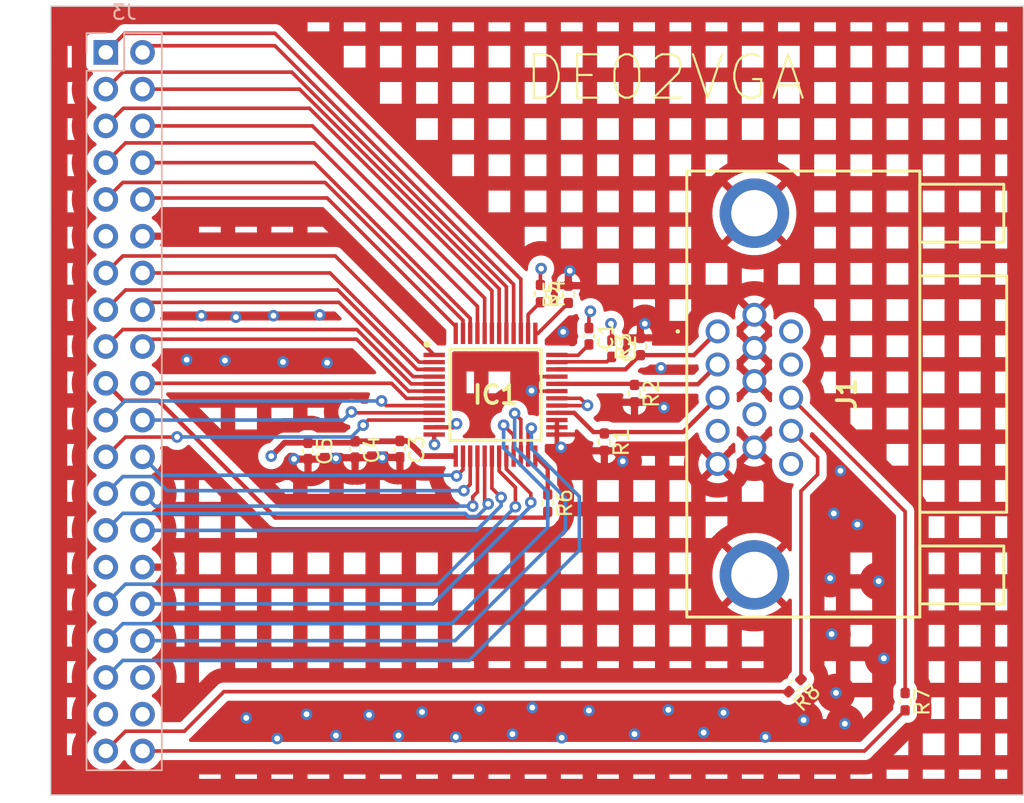
<source format=kicad_pcb>
(kicad_pcb (version 20221018) (generator pcbnew)
  (layers (0 "F.Cu" signal) (1 "In1.Cu" signal) (2 "In2.Cu" signal) (31 "B.Cu" signal) (34 "B.Paste" user) (35 "F.Paste" user) (36 "B.SilkS" user "B.Silkscreen") (37 "F.SilkS" user "F.Silkscreen") (38 "B.Mask" user) (39 "F.Mask" user) (44 "Edge.Cuts" user))
  (net 0 "")
  (net 1 "+3.3V")
  (net 2 "Net-(IC1-VREF)")
  (net 3 "Net-(IC1-COMP)")
  (net 4 "GND")
  (net 5 "/G0")
  (net 6 "/G1")
  (net 7 "/G2")
  (net 8 "/G3")
  (net 9 "/G4")
  (net 10 "/B0")
  (net 11 "/B1")
  (net 12 "/B2")
  (net 13 "/B3")
  (net 14 "/B4")
  (net 15 "Net-(IC1-CLOCK)")
  (net 16 "/BLUE")
  (net 17 "/GREEN")
  (net 18 "/RED")
  (net 19 "Net-(IC1-RSET)")
  (net 20 "Net-(IC1-~{PSAVE})")
  (net 21 "/R0")
  (net 22 "/R1")
  (net 23 "/R2")
  (net 24 "/R3")
  (net 25 "/R4")
  (net 30 "Net-(J1-Pad13)")
  (net 31 "Net-(J1-Pad14)")
  (net 33 "/R9")
  (net 34 "/R8")
  (net 35 "/R7")
  (net 36 "/R6")
  (net 37 "/R5")
  (net 38 "/B9")
  (net 39 "/B8")
  (net 40 "/B7")
  (net 41 "/B6")
  (net 42 "/B5")
  (net 43 "/G9")
  (net 44 "/G8")
  (net 45 "/G7")
  (net 46 "/G6")
  (net 47 "/G5")
  (net 49 "/PCLK")
  (net 52 "/VSYNC")
  (net 53 "/HSYNC")
  (net 54 "/BLK")
  (footprint "Resistor_SMD:R_0402_1005Metric_Pad0.72x0.64mm_HandSolder" (layer "F.Cu") (at 199.9996 97.6884 -90)
    (fp_text reference "R2" (at 0 -1.17 -90) (layer "F.SilkS"))
    (fp_text value "75")
    (pad "1" smd roundrect (at -0.5975 0 270) (size 0.715 0.64) (layers "F.Cu" "F.Paste" "F.Mask") (net 17 "/GREEN"))
    (pad "2" smd roundrect (at 0.5975 0 270) (size 0.715 0.64) (layers "F.Cu" "F.Paste" "F.Mask") (net 4 "GND"))
  )
  (footprint "Resistor_SMD:R_0402_1005Metric_Pad0.72x0.64mm_HandSolder" (layer "F.Cu") (at 200.406 94.4372 90)
    (fp_text reference "R3" (at 0 -1.17 90) (layer "F.SilkS"))
    (fp_text value "75")
    (pad "1" smd roundrect (at -0.5975 0 90) (size 0.715 0.64) (layers "F.Cu" "F.Paste" "F.Mask") (net 18 "/RED"))
    (pad "2" smd roundrect (at 0.5975 0 90) (size 0.715 0.64) (layers "F.Cu" "F.Paste" "F.Mask") (net 4 "GND"))
  )
  (footprint "Capacitor_SMD:C_0402_1005Metric_Pad0.74x0.62mm_HandSolder" (layer "F.Cu") (at 183.7944 101.5277 -90)
    (fp_text reference "C3" (at 0 -1.16 -90) (layer "F.SilkS"))
    (fp_text value "0.1UF")
    (pad "1" smd roundrect (at -0.5675 0 270) (size 0.735 0.62) (layers "F.Cu" "F.Paste" "F.Mask") (net 1 "+3.3V"))
    (pad "2" smd roundrect (at 0.5675 0 270) (size 0.735 0.62) (layers "F.Cu" "F.Paste" "F.Mask") (net 4 "GND"))
  )
  (footprint "Resistor_SMD:R_0402_1005Metric_Pad0.72x0.64mm_HandSolder" (layer "F.Cu") (at 211.074 117.856 -135)
    (fp_text reference "R8" (at 0 -1.17 -135) (layer "F.SilkS"))
    (fp_text value "75")
    (pad "1" smd roundrect (at -0.5975 0 225) (size 0.715 0.64) (layers "F.Cu" "F.Paste" "F.Mask") (net 31 "Net-(J1-Pad14)"))
    (pad "2" smd roundrect (at 0.5975 0 225) (size 0.715 0.64) (layers "F.Cu" "F.Paste" "F.Mask") (net 52 "/VSYNC"))
  )
  (footprint "Capacitor_SMD:C_0402_1005Metric_Pad0.74x0.62mm_HandSolder" (layer "F.Cu") (at 196.85 93.726 -90)
    (fp_text reference "C1" (at 0 -1.16 -90) (layer "F.SilkS"))
    (fp_text value "0.1UF")
    (pad "1" smd roundrect (at -0.5675 0 270) (size 0.735 0.62) (layers "F.Cu" "F.Paste" "F.Mask") (net 1 "+3.3V"))
    (pad "2" smd roundrect (at 0.5675 0 270) (size 0.735 0.62) (layers "F.Cu" "F.Paste" "F.Mask") (net 2 "Net-(IC1-VREF)"))
  )
  (footprint "Resistor_SMD:R_0402_1005Metric_Pad0.72x0.64mm_HandSolder" (layer "F.Cu") (at 194.0052 105.2576 -90)
    (fp_text reference "R6" (at 0 -1.17 -90) (layer "F.SilkS"))
    (fp_text value "33")
    (pad "1" smd roundrect (at -0.5975 0 270) (size 0.715 0.64) (layers "F.Cu" "F.Paste" "F.Mask") (net 15 "Net-(IC1-CLOCK)"))
    (pad "2" smd roundrect (at 0.5975 0 270) (size 0.715 0.64) (layers "F.Cu" "F.Paste" "F.Mask") (net 49 "/PCLK"))
  )
  (footprint "Capacitor_SMD:C_0402_1005Metric_Pad0.74x0.62mm_HandSolder" (layer "F.Cu") (at 177.4444 101.6508 -90)
    (fp_text reference "C5" (at 0 -1.16 -90) (layer "F.SilkS"))
    (fp_text value "10UF")
    (pad "1" smd roundrect (at -0.5675 0 270) (size 0.735 0.62) (layers "F.Cu" "F.Paste" "F.Mask") (net 1 "+3.3V"))
    (pad "2" smd roundrect (at 0.5675 0 270) (size 0.735 0.62) (layers "F.Cu" "F.Paste" "F.Mask") (net 4 "GND"))
  )
  (footprint "Capacitor_SMD:C_0402_1005Metric_Pad0.74x0.62mm_HandSolder" (layer "F.Cu") (at 180.6956 101.5492 -90)
    (fp_text reference "C4" (at 0 -1.16 -90) (layer "F.SilkS"))
    (fp_text value "0.1UF")
    (pad "1" smd roundrect (at -0.5675 0 270) (size 0.735 0.62) (layers "F.Cu" "F.Paste" "F.Mask") (net 1 "+3.3V"))
    (pad "2" smd roundrect (at 0.5675 0 270) (size 0.735 0.62) (layers "F.Cu" "F.Paste" "F.Mask") (net 4 "GND"))
  )
  (footprint "Resistor_SMD:R_0402_1005Metric_Pad0.72x0.64mm_HandSolder" (layer "F.Cu") (at 197.9168 101.0412 -90)
    (fp_text reference "R1" (at 0 -1.17 -90) (layer "F.SilkS"))
    (fp_text value "75")
    (pad "1" smd roundrect (at -0.5975 0 270) (size 0.715 0.64) (layers "F.Cu" "F.Paste" "F.Mask") (net 16 "/BLUE"))
    (pad "2" smd roundrect (at 0.5975 0 270) (size 0.715 0.64) (layers "F.Cu" "F.Paste" "F.Mask") (net 4 "GND"))
  )
  (footprint "Capacitor_SMD:C_0402_1005Metric_Pad0.74x0.62mm_HandSolder" (layer "F.Cu") (at 198.4248 94.5896 -90)
    (fp_text reference "C2" (at 0 -1.16 -90) (layer "F.SilkS"))
    (fp_text value "0.1UF")
    (pad "1" smd roundrect (at -0.5675 0 270) (size 0.735 0.62) (layers "F.Cu" "F.Paste" "F.Mask") (net 1 "+3.3V"))
    (pad "2" smd roundrect (at 0.5675 0 270) (size 0.735 0.62) (layers "F.Cu" "F.Paste" "F.Mask") (net 3 "Net-(IC1-COMP)"))
  )
  (footprint "Resistor_SMD:R_0402_1005Metric_Pad0.72x0.64mm_HandSolder" (layer "F.Cu") (at 218.694 118.9736 -90)
    (fp_text reference "R7" (at 0 -1.17 -90) (layer "F.SilkS"))
    (fp_text value "75")
    (pad "1" smd roundrect (at -0.5975 0 270) (size 0.715 0.64) (layers "F.Cu" "F.Paste" "F.Mask") (net 30 "Net-(J1-Pad13)"))
    (pad "2" smd roundrect (at 0.5975 0 270) (size 0.715 0.64) (layers "F.Cu" "F.Paste" "F.Mask") (net 53 "/HSYNC"))
  )
  (footprint "Resistor_SMD:R_0402_1005Metric_Pad0.72x0.64mm_HandSolder" (layer "F.Cu") (at 195.4276 90.8304 90)
    (fp_text reference "R5" (at 0 -1.17 90) (layer "F.SilkS"))
    (fp_text value "510")
    (pad "1" smd roundrect (at -0.5975 0 90) (size 0.715 0.64) (layers "F.Cu" "F.Paste" "F.Mask") (net 19 "Net-(IC1-RSET)"))
    (pad "2" smd roundrect (at 0.5975 0 90) (size 0.715 0.64) (layers "F.Cu" "F.Paste" "F.Mask") (net 4 "GND"))
  )
  (footprint "gba_vga parts:QFP50P900X900X160-48N" (layer "F.Cu") (at 190.3984 97.7666)
    (fp_text reference "IC1" (at 0 0) (layer "F.SilkS") (effects (font (size 1.27 1.27) (thickness 0.254))))
    (fp_text value "ADV7123KSTZ140" hide)
    (pad "1" smd rect (at -4.238 -2.75 90) (size 0.3 1.475) (layers "F.Cu" "F.Paste" "F.Mask") (net 5 "/G0"))
    (pad "2" smd rect (at -4.238 -2.25 90) (size 0.3 1.475) (layers "F.Cu" "F.Paste" "F.Mask") (net 6 "/G1"))
    (pad "3" smd rect (at -4.238 -1.75 90) (size 0.3 1.475) (layers "F.Cu" "F.Paste" "F.Mask") (net 7 "/G2"))
    (pad "4" smd rect (at -4.238 -1.25 90) (size 0.3 1.475) (layers "F.Cu" "F.Paste" "F.Mask") (net 8 "/G3"))
    (pad "5" smd rect (at -4.238 -0.75 90) (size 0.3 1.475) (layers "F.Cu" "F.Paste" "F.Mask") (net 9 "/G4"))
    (pad "6" smd rect (at -4.238 -0.25 90) (size 0.3 1.475) (layers "F.Cu" "F.Paste" "F.Mask") (net 47 "/G5"))
    (pad "7" smd rect (at -4.238 0.25 90) (size 0.3 1.475) (layers "F.Cu" "F.Paste" "F.Mask") (net 46 "/G6"))
    (pad "8" smd rect (at -4.238 0.75 90) (size 0.3 1.475) (layers "F.Cu" "F.Paste" "F.Mask") (net 45 "/G7"))
    (pad "9" smd rect (at -4.238 1.25 90) (size 0.3 1.475) (layers "F.Cu" "F.Paste" "F.Mask") (net 44 "/G8"))
    (pad "10" smd rect (at -4.238 1.75 90) (size 0.3 1.475) (layers "F.Cu" "F.Paste" "F.Mask") (net 43 "/G9"))
    (pad "11" smd rect (at -4.238 2.25 90) (size 0.3 1.475) (layers "F.Cu" "F.Paste" "F.Mask") (net 54 "/BLK"))
    (pad "12" smd rect (at -4.238 2.75 90) (size 0.3 1.475) (layers "F.Cu" "F.Paste" "F.Mask") (net 4 "GND"))
    (pad "13" smd rect (at -2.75 4.238) (size 0.3 1.475) (layers "F.Cu" "F.Paste" "F.Mask") (net 1 "+3.3V"))
    (pad "14" smd rect (at -2.25 4.238) (size 0.3 1.475) (layers "F.Cu" "F.Paste" "F.Mask") (net 10 "/B0"))
    (pad "15" smd rect (at -1.75 4.238) (size 0.3 1.475) (layers "F.Cu" "F.Paste" "F.Mask") (net 11 "/B1"))
    (pad "16" smd rect (at -1.25 4.238) (size 0.3 1.475) (layers "F.Cu" "F.Paste" "F.Mask") (net 12 "/B2"))
    (pad "17" smd rect (at -0.75 4.238) (size 0.3 1.475) (layers "F.Cu" "F.Paste" "F.Mask") (net 13 "/B3"))
    (pad "18" smd rect (at -0.25 4.238) (size 0.3 1.475) (layers "F.Cu" "F.Paste" "F.Mask") (net 14 "/B4"))
    (pad "19" smd rect (at 0.25 4.238) (size 0.3 1.475) (layers "F.Cu" "F.Paste" "F.Mask") (net 42 "/B5"))
    (pad "20" smd rect (at 0.75 4.238) (size 0.3 1.475) (layers "F.Cu" "F.Paste" "F.Mask") (net 41 "/B6"))
    (pad "21" smd rect (at 1.25 4.238) (size 0.3 1.475) (layers "F.Cu" "F.Paste" "F.Mask") (net 40 "/B7"))
    (pad "22" smd rect (at 1.75 4.238) (size 0.3 1.475) (layers "F.Cu" "F.Paste" "F.Mask") (net 39 "/B8"))
    (pad "23" smd rect (at 2.25 4.238) (size 0.3 1.475) (layers "F.Cu" "F.Paste" "F.Mask") (net 38 "/B9"))
    (pad "24" smd rect (at 2.75 4.238) (size 0.3 1.475) (layers "F.Cu" "F.Paste" "F.Mask") (net 15 "Net-(IC1-CLOCK)"))
    (pad "25" smd rect (at 4.238 2.75 90) (size 0.3 1.475) (layers "F.Cu" "F.Paste" "F.Mask") (net 4 "GND"))
    (pad "26" smd rect (at 4.238 2.25 90) (size 0.3 1.475) (layers "F.Cu" "F.Paste" "F.Mask") (net 4 "GND"))
    (pad "27" smd rect (at 4.238 1.75 90) (size 0.3 1.475) (layers "F.Cu" "F.Paste" "F.Mask") (net 4 "GND"))
    (pad "28" smd rect (at 4.238 1.25 90) (size 0.3 1.475) (layers "F.Cu" "F.Paste" "F.Mask") (net 16 "/BLUE"))
    (pad "29" smd rect (at 4.238 0.75 90) (size 0.3 1.475) (layers "F.Cu" "F.Paste" "F.Mask") (net 1 "+3.3V"))
    (pad "30" smd rect (at 4.238 0.25 90) (size 0.3 1.475) (layers "F.Cu" "F.Paste" "F.Mask") (net 1 "+3.3V"))
    (pad "31" smd rect (at 4.238 -0.25 90) (size 0.3 1.475) (layers "F.Cu" "F.Paste" "F.Mask") (net 4 "GND"))
    (pad "32" smd rect (at 4.238 -0.75 90) (size 0.3 1.475) (layers "F.Cu" "F.Paste" "F.Mask") (net 17 "/GREEN"))
    (pad "33" smd rect (at 4.238 -1.25 90) (size 0.3 1.475) (layers "F.Cu" "F.Paste" "F.Mask") (net 4 "GND"))
    (pad "34" smd rect (at 4.238 -1.75 90) (size 0.3 1.475) (layers "F.Cu" "F.Paste" "F.Mask") (net 18 "/RED"))
    (pad "35" smd rect (at 4.238 -2.25 90) (size 0.3 1.475) (layers "F.Cu" "F.Paste" "F.Mask") (net 3 "Net-(IC1-COMP)"))
    (pad "36" smd rect (at 4.238 -2.75 90) (size 0.3 1.475) (layers "F.Cu" "F.Paste" "F.Mask") (net 2 "Net-(IC1-VREF)"))
    (pad "37" smd rect (at 2.75 -4.238) (size 0.3 1.475) (layers "F.Cu" "F.Paste" "F.Mask") (net 19 "Net-(IC1-RSET)"))
    (pad "38" smd rect (at 2.25 -4.238) (size 0.3 1.475) (layers "F.Cu" "F.Paste" "F.Mask") (net 20 "Net-(IC1-~{PSAVE})"))
    (pad "39" smd rect (at 1.75 -4.238) (size 0.3 1.475) (layers "F.Cu" "F.Paste" "F.Mask") (net 21 "/R0"))
    (pad "40" smd rect (at 1.25 -4.238) (size 0.3 1.475) (layers "F.Cu" "F.Paste" "F.Mask") (net 22 "/R1"))
    (pad "41" smd rect (at 0.75 -4.238) (size 0.3 1.475) (layers "F.Cu" "F.Paste" "F.Mask") (net 23 "/R2"))
    (pad "42" smd rect (at 0.25 -4.238) (size 0.3 1.475) (layers "F.Cu" "F.Paste" "F.Mask") (net 24 "/R3"))
    (pad "43" smd rect (at -0.25 -4.238) (size 0.3 1.475) (layers "F.Cu" "F.Paste" "F.Mask") (net 25 "/R4"))
    (pad "44" smd rect (at -0.75 -4.238) (size 0.3 1.475) (layers "F.Cu" "F.Paste" "F.Mask") (net 37 "/R5"))
    (pad "45" smd rect (at -1.25 -4.238) (size 0.3 1.475) (layers "F.Cu" "F.Paste" "F.Mask") (net 36 "/R6"))
    (pad "46" smd rect (at -1.75 -4.238) (size 0.3 1.475) (layers "F.Cu" "F.Paste" "F.Mask") (net 35 "/R7"))
    (pad "47" smd rect (at -2.25 -4.238) (size 0.3 1.475) (layers "F.Cu" "F.Paste" "F.Mask") (net 34 "/R8"))
    (pad "48" smd rect (at -2.75 -4.238) (size 0.3 1.475) (layers "F.Cu" "F.Paste" "F.Mask") (net 33 "/R9"))
  )
  (footprint "Resistor_SMD:R_0402_1005Metric_Pad0.72x0.64mm_HandSolder" (layer "F.Cu") (at 193.4972 90.7796 -90)
    (fp_text reference "R4" (at 0 -1.17 -90) (layer "F.SilkS"))
    (fp_text value "4.7 / 1%")
    (pad "1" smd roundrect (at -0.5975 0 270) (size 0.715 0.64) (layers "F.Cu" "F.Paste" "F.Mask") (net 1 "+3.3V"))
    (pad "2" smd roundrect (at 0.5975 0 270) (size 0.715 0.64) (layers "F.Cu" "F.Paste" "F.Mask") (net 20 "Net-(IC1-~{PSAVE})"))
  )
  (footprint "gba_vga parts:L17HTHES4F1C" (layer "F.Cu") (at 205.74 93.3898 90)
    (fp_text reference "J1" (at -4.33 8.92 90) (layer "F.SilkS") (effects (font (size 1.27 1.27) (thickness 0.254))))
    (fp_text value "L17HTHES4F1C" hide)
    (pad "1" thru_hole circle (at 0 0 90) (size 1.65 1.65) (drill 1.1) (layers "*.Cu" "*.Mask") (net 18 "/RED"))
    (pad "2" thru_hole circle (at -2.29 0 90) (size 1.65 1.65) (drill 1.1) (layers "*.Cu" "*.Mask") (net 17 "/GREEN"))
    (pad "3" thru_hole circle (at -4.58 0 90) (size 1.65 1.65) (drill 1.1) (layers "*.Cu" "*.Mask") (net 16 "/BLUE"))
    (pad "4" thru_hole circle (at -6.87 0 90) (size 1.65 1.65) (drill 1.1) (layers "*.Cu" "*.Mask"))
    (pad "5" thru_hole circle (at -9.16 0 90) (size 1.65 1.65) (drill 1.1) (layers "*.Cu" "*.Mask") (net 4 "GND"))
    (pad "6" thru_hole circle (at 1.145 2.54 90) (size 1.65 1.65) (drill 1.1) (layers "*.Cu" "*.Mask") (net 4 "GND"))
    (pad "7" thru_hole circle (at -1.145 2.54 90) (size 1.65 1.65) (drill 1.1) (layers "*.Cu" "*.Mask") (net 4 "GND"))
    (pad "8" thru_hole circle (at -3.435 2.54 90) (size 1.65 1.65) (drill 1.1) (layers "*.Cu" "*.Mask") (net 4 "GND"))
    (pad "9" thru_hole circle (at -5.725 2.54 90) (size 1.65 1.65) (drill 1.1) (layers "*.Cu" "*.Mask"))
    (pad "10" thru_hole circle (at -8.015 2.54 90) (size 1.65 1.65) (drill 1.1) (layers "*.Cu" "*.Mask") (net 4 "GND"))
    (pad "11" thru_hole circle (at 0 5.08 90) (size 1.65 1.65) (drill 1.1) (layers "*.Cu" "*.Mask"))
    (pad "12" thru_hole circle (at -2.29 5.08 90) (size 1.65 1.65) (drill 1.1) (layers "*.Cu" "*.Mask"))
    (pad "13" thru_hole circle (at -4.58 5.08 90) (size 1.65 1.65) (drill 1.1) (layers "*.Cu" "*.Mask") (net 30 "Net-(J1-Pad13)"))
    (pad "14" thru_hole circle (at -6.87 5.08 90) (size 1.65 1.65) (drill 1.1) (layers "*.Cu" "*.Mask") (net 31 "Net-(J1-Pad14)"))
    (pad "15" thru_hole circle (at -9.16 5.08 90) (size 1.65 1.65) (drill 1.1) (layers "*.Cu" "*.Mask"))
    (pad "MH1" thru_hole circle (at 8.165 2.54 90) (size 4.8 4.8) (drill 3.2) (layers "*.Cu" "*.Mask") (net 4 "GND"))
    (pad "MH2" thru_hole circle (at -16.825 2.54 90) (size 4.8 4.8) (drill 3.2) (layers "*.Cu" "*.Mask") (net 4 "GND"))
  )
  (footprint "Connector_PinSocket_2.54mm:PinSocket_2x20_P2.54mm_Vertical" (layer "B.Cu") (at 163.4744 74.1172 180)
    (fp_text reference "J3" (at -1.27 2.77) (layer "B.SilkS") (effects (justify mirror)))
    (fp_text value "Conn_02x20_Odd_Even")
    (pad "1" thru_hole rect (at 0 0 180) (size 1.7 1.7) (drill 1) (layers "*.Cu" "*.Mask") (net 21 "/R0"))
    (pad "2" thru_hole oval (at -2.54 0 180) (size 1.7 1.7) (drill 1) (layers "*.Cu" "*.Mask") (net 22 "/R1"))
    (pad "3" thru_hole oval (at 0 -2.54 180) (size 1.7 1.7) (drill 1) (layers "*.Cu" "*.Mask") (net 23 "/R2"))
    (pad "4" thru_hole oval (at -2.54 -2.54 180) (size 1.7 1.7) (drill 1) (layers "*.Cu" "*.Mask") (net 24 "/R3"))
    (pad "5" thru_hole oval (at 0 -5.08 180) (size 1.7 1.7) (drill 1) (layers "*.Cu" "*.Mask") (net 25 "/R4"))
    (pad "6" thru_hole oval (at -2.54 -5.08 180) (size 1.7 1.7) (drill 1) (layers "*.Cu" "*.Mask") (net 37 "/R5"))
    (pad "7" thru_hole oval (at 0 -7.62 180) (size 1.7 1.7) (drill 1) (layers "*.Cu" "*.Mask") (net 36 "/R6"))
    (pad "8" thru_hole oval (at -2.54 -7.62 180) (size 1.7 1.7) (drill 1) (layers "*.Cu" "*.Mask") (net 35 "/R7"))
    (pad "9" thru_hole oval (at 0 -10.16 180) (size 1.7 1.7) (drill 1) (layers "*.Cu" "*.Mask") (net 34 "/R8"))
    (pad "10" thru_hole oval (at -2.54 -10.16 180) (size 1.7 1.7) (drill 1) (layers "*.Cu" "*.Mask") (net 33 "/R9"))
    (pad "11" thru_hole oval (at 0 -12.7 180) (size 1.7 1.7) (drill 1) (layers "*.Cu" "*.Mask"))
    (pad "12" thru_hole oval (at -2.54 -12.7 180) (size 1.7 1.7) (drill 1) (layers "*.Cu" "*.Mask") (net 4 "GND"))
    (pad "13" thru_hole oval (at 0 -15.24 180) (size 1.7 1.7) (drill 1) (layers "*.Cu" "*.Mask") (net 5 "/G0"))
    (pad "14" thru_hole oval (at -2.54 -15.24 180) (size 1.7 1.7) (drill 1) (layers "*.Cu" "*.Mask") (net 6 "/G1"))
    (pad "15" thru_hole oval (at 0 -17.78 180) (size 1.7 1.7) (drill 1) (layers "*.Cu" "*.Mask") (net 7 "/G2"))
    (pad "16" thru_hole oval (at -2.54 -17.78 180) (size 1.7 1.7) (drill 1) (layers "*.Cu" "*.Mask") (net 8 "/G3"))
    (pad "17" thru_hole oval (at 0 -20.32 180) (size 1.7 1.7) (drill 1) (layers "*.Cu" "*.Mask") (net 9 "/G4"))
    (pad "18" thru_hole oval (at -2.54 -20.32 180) (size 1.7 1.7) (drill 1) (layers "*.Cu" "*.Mask") (net 47 "/G5"))
    (pad "19" thru_hole oval (at 0 -22.86 180) (size 1.7 1.7) (drill 1) (layers "*.Cu" "*.Mask") (net 49 "/PCLK"))
    (pad "20" thru_hole oval (at -2.54 -22.86 180) (size 1.7 1.7) (drill 1) (layers "*.Cu" "*.Mask") (net 46 "/G6"))
    (pad "21" thru_hole oval (at 0 -25.4 180) (size 1.7 1.7) (drill 1) (layers "*.Cu" "*.Mask") (net 45 "/G7"))
    (pad "22" thru_hole oval (at -2.54 -25.4 180) (size 1.7 1.7) (drill 1) (layers "*.Cu" "*.Mask") (net 44 "/G8"))
    (pad "23" thru_hole oval (at 0 -27.94 180) (size 1.7 1.7) (drill 1) (layers "*.Cu" "*.Mask") (net 43 "/G9"))
    (pad "24" thru_hole oval (at -2.54 -27.94 180) (size 1.7 1.7) (drill 1) (layers "*.Cu" "*.Mask") (net 10 "/B0"))
    (pad "25" thru_hole oval (at 0 -30.48 180) (size 1.7 1.7) (drill 1) (layers "*.Cu" "*.Mask") (net 11 "/B1"))
    (pad "26" thru_hole oval (at -2.54 -30.48 180) (size 1.7 1.7) (drill 1) (layers "*.Cu" "*.Mask") (net 12 "/B2"))
    (pad "27" thru_hole oval (at 0 -33.02 180) (size 1.7 1.7) (drill 1) (layers "*.Cu" "*.Mask") (net 13 "/B3"))
    (pad "28" thru_hole oval (at -2.54 -33.02 180) (size 1.7 1.7) (drill 1) (layers "*.Cu" "*.Mask") (net 14 "/B4"))
    (pad "29" thru_hole oval (at 0 -35.56 180) (size 1.7 1.7) (drill 1) (layers "*.Cu" "*.Mask") (net 1 "+3.3V"))
    (pad "30" thru_hole oval (at -2.54 -35.56 180) (size 1.7 1.7) (drill 1) (layers "*.Cu" "*.Mask") (net 4 "GND"))
    (pad "31" thru_hole oval (at 0 -38.1 180) (size 1.7 1.7) (drill 1) (layers "*.Cu" "*.Mask") (net 42 "/B5"))
    (pad "32" thru_hole oval (at -2.54 -38.1 180) (size 1.7 1.7) (drill 1) (layers "*.Cu" "*.Mask") (net 41 "/B6"))
    (pad "33" thru_hole oval (at 0 -40.64 180) (size 1.7 1.7) (drill 1) (layers "*.Cu" "*.Mask") (net 40 "/B7"))
    (pad "34" thru_hole oval (at -2.54 -40.64 180) (size 1.7 1.7) (drill 1) (layers "*.Cu" "*.Mask") (net 39 "/B8"))
    (pad "35" thru_hole oval (at 0 -43.18 180) (size 1.7 1.7) (drill 1) (layers "*.Cu" "*.Mask") (net 38 "/B9"))
    (pad "36" thru_hole oval (at -2.54 -43.18 180) (size 1.7 1.7) (drill 1) (layers "*.Cu" "*.Mask") (net 54 "/BLK"))
    (pad "37" thru_hole oval (at 0 -45.72 180) (size 1.7 1.7) (drill 1) (layers "*.Cu" "*.Mask"))
    (pad "38" thru_hole oval (at -2.54 -45.72 180) (size 1.7 1.7) (drill 1) (layers "*.Cu" "*.Mask"))
    (pad "39" thru_hole oval (at 0 -48.26 180) (size 1.7 1.7) (drill 1) (layers "*.Cu" "*.Mask") (net 52 "/VSYNC"))
    (pad "40" thru_hole oval (at -2.54 -48.26 180) (size 1.7 1.7) (drill 1) (layers "*.Cu" "*.Mask") (net 53 "/HSYNC"))
  )
  (gr_poly (pts (xy 226.8728 70.9168) (xy 226.8728 125.4252) (xy 159.6644 125.4252) (xy 159.6644 70.9168)) (stroke (width 0.1)) (fill none) (layer "Edge.Cuts"))
  (gr_text "DE02VGA" (at 192.2272 77.6224) (layer "F.SilkS") (effects (font (size 3 3)) (justify left bottom)))
  (segment (start 177.4444 101.0833) (end 180.594 101.0833) (width 0.4) (layer "F.Cu") (net 1))
  (segment (start 185.377 102.0046) (end 187.5984 102.0046) (width 0.4) (layer "F.Cu") (net 1))
  (segment (start 198.4248 94.0221) (end 198.4248 92.9132) (width 0.25) (layer "F.Cu") (net 1))
  (segment (start 194.6364 98.0166) (end 196.2638 98.0166) (width 0.25) (layer "F.Cu") (net 1))
  (segment (start 196.85 92.1004) (end 196.9516 91.9988) (width 0.25) (layer "F.Cu") (net 1))
  (segment (start 180.594 101.0833) (end 180.6956 100.9817) (width 0.4) (layer "F.Cu") (net 1))
  (segment (start 196.85 93.1585) (end 196.85 92.1004) (width 0.25) (layer "F.Cu") (net 1))
  (segment (start 194.6364 98.5166) (end 196.733 98.5166) (width 0.25) (layer "F.Cu") (net 1))
  (segment (start 183.7729 100.9817) (end 183.7944 100.9602) (width 0.4) (layer "F.Cu") (net 1))
  (segment (start 175.8275 101.0833) (end 177.4444 101.0833) (width 0.4) (layer "F.Cu") (net 1))
  (segment (start 196.733 98.5166) (end 196.7484 98.5012) (width 0.25) (layer "F.Cu") (net 1))
  (segment (start 184.3326 100.9602) (end 185.377 102.0046) (width 0.4) (layer "F.Cu") (net 1))
  (segment (start 193.4972 89.1032) (end 193.548 89.0524) (width 0.25) (layer "F.Cu") (net 1))
  (segment (start 196.2638 98.0166) (end 196.7484 98.5012) (width 0.25) (layer "F.Cu") (net 1))
  (segment (start 180.6956 100.9817) (end 183.7729 100.9817) (width 0.4) (layer "F.Cu") (net 1))
  (segment (start 174.9044 102.0064) (end 175.8275 101.0833) (width 0.4) (layer "F.Cu") (net 1))
  (segment (start 183.7944 100.9602) (end 184.3326 100.9602) (width 0.4) (layer "F.Cu") (net 1))
  (segment (start 193.4972 90.1821) (end 193.4972 89.1032) (width 0.25) (layer "F.Cu") (net 1))
  (segment (start 198.4248 92.9132) (end 198.374 92.8624) (width 0.25) (layer "F.Cu") (net 1))
  (via (at 198.374 92.8624) (size 0.8) (drill 0.4) (layers "F.Cu" "B.Cu") (net 1))
  (via (at 196.7484 98.5012) (size 0.8) (drill 0.4) (layers "F.Cu" "B.Cu") (net 1))
  (via (at 193.548 89.0524) (size 0.8) (drill 0.4) (layers "F.Cu" "B.Cu") (net 1))
  (via (at 196.9516 91.9988) (size 0.8) (drill 0.4) (layers "F.Cu" "B.Cu") (net 1))
  (via (at 174.9044 102.0064) (size 0.8) (drill 0.4) (layers "F.Cu" "B.Cu") (net 1))
  (segment (start 194.6614 95.0416) (end 196.1019 95.0416) (width 0.25) (layer "F.Cu") (net 2))
  (segment (start 194.6364 95.0166) (end 194.6614 95.0416) (width 0.25) (layer "F.Cu") (net 2))
  (segment (start 196.1019 95.0416) (end 196.85 94.2935) (width 0.25) (layer "F.Cu") (net 2))
  (segment (start 194.6614 95.4916) (end 198.0903 95.4916) (width 0.25) (layer "F.Cu") (net 3))
  (segment (start 194.6364 95.5166) (end 194.6614 95.4916) (width 0.25) (layer "F.Cu") (net 3))
  (segment (start 198.0903 95.4916) (end 198.4248 95.1571) (width 0.25) (layer "F.Cu") (net 3))
  (segment (start 201.6639 98.2859) (end 202.0316 98.6536) (width 0.25) (layer "F.Cu") (net 4))
  (segment (start 182.588 102.0952) (end 182.5752 102.108) (width 0.3) (layer "F.Cu") (net 4))
  (segment (start 199.9996 98.2859) (end 201.6639 98.2859) (width 0.25) (layer "F.Cu") (net 4))
  (segment (start 186.1604 100.5166) (end 186.1604 101.1835) (width 0.3) (layer "F.Cu") (net 4))
  (segment (start 200.406 93.1672) (end 200.7108 92.8624) (width 0.25) (layer "F.Cu") (net 4))
  (segment (start 194.6364 97.5166) (end 192.919 97.5166) (width 0.25) (layer "F.Cu") (net 4))
  (segment (start 194.6364 100.5166) (end 194.6364 101.1136) (width 0.3) (layer "F.Cu") (net 4))
  (segment (start 199.1708 102.346) (end 199.1868 102.362) (width 0.3) (layer "F.Cu") (net 4))
  (segment (start 200.406 93.8397) (end 200.406 93.1672) (width 0.25) (layer "F.Cu") (net 4))
  (segment (start 176.4879 102.2183) (end 176.4792 102.2096) (width 0.3) (layer "F.Cu") (net 4))
  (segment (start 179.4169 102.1167) (end 179.3748 102.1588) (width 0.3) (layer "F.Cu") (net 4))
  (segment (start 180.6956 102.1167) (end 179.4169 102.1167) (width 0.3) (layer "F.Cu") (net 4))
  (segment (start 192.8876 97.2279) (end 193.5989 96.5166) (width 0.25) (layer "F.Cu") (net 4))
  (segment (start 183.7944 102.0952) (end 182.588 102.0952) (width 0.3) (layer "F.Cu") (net 4))
  (segment (start 177.4444 102.2183) (end 176.4879 102.2183) (width 0.3) (layer "F.Cu") (net 4))
  (segment (start 186.1604 101.1835) (end 186.182 101.2051) (width 0.3) (layer "F.Cu") (net 4))
  (segment (start 194.6364 99.5166) (end 194.6364 100.5166) (width 0.3) (layer "F.Cu") (net 4))
  (segment (start 192.8876 97.4852) (end 192.8876 97.2279) (width 0.25) (layer "F.Cu") (net 4))
  (segment (start 192.919 97.5166) (end 192.8876 97.4852) (width 0.25) (layer "F.Cu") (net 4))
  (segment (start 197.9168 101.6387) (end 198.4635 101.6387) (width 0.25) (layer "F.Cu") (net 4))
  (segment (start 195.4276 90.2329) (end 195.4276 89.3064) (width 0.25) (layer "F.Cu") (net 4))
  (segment (start 194.6364 101.1136) (end 194.9196 101.3968) (width 0.3) (layer "F.Cu") (net 4))
  (segment (start 193.5989 96.5166) (end 194.6364 96.5166) (width 0.25) (layer "F.Cu") (net 4))
  (segment (start 198.4635 101.6387) (end 199.1868 102.362) (width 0.25) (layer "F.Cu") (net 4))
  (segment (start 195.4276 89.3064) (end 195.5292 89.2048) (width 0.25) (layer "F.Cu") (net 4))
  (via (at 217.2208 115.9764) (size 0.8) (drill 0.4) (layers "F.Cu" "B.Cu") (net 4))
  (via (at 192.8876 97.4852) (size 0.8) (drill 0.4) (layers "F.Cu" "B.Cu") (net 4))
  (via (at 213.614 114.3) (size 0.8) (drill 0.4) (layers "F.Cu" "B.Cu") (net 4))
  (via (at 175.7172 95.504) (size 0.8) (drill 0.4) (layers "F.Cu" "B.Cu") (net 4))
  (via (at 209.042 121.412) (size 0.8) (drill 0.4) (layers "F.Cu" "B.Cu") (net 4))
  (via (at 201.8284 95.9104) (size 0.8) (drill 0.4) (layers "F.Cu" "B.Cu") (net 4))
  (via (at 181.6608 119.888) (size 0.8) (drill 0.4) (layers "F.Cu" "B.Cu") (net 4))
  (via (at 178.2572 92.2528) (size 0.8) (drill 0.4) (layers "F.Cu" "B.Cu") (net 4))
  (via (at 211.6836 120.2436) (size 0.8) (drill 0.4) (layers "F.Cu" "B.Cu") (net 4))
  (via (at 199.9996 121.2088) (size 0.8) (drill 0.4) (layers "F.Cu" "B.Cu") (net 4))
  (via (at 204.7748 121.1072) (size 0.8) (drill 0.4) (layers "F.Cu" "B.Cu") (net 4))
  (via (at 186.182 101.2051) (size 0.8) (drill 0.4) (layers "F.Cu" "B.Cu") (net 4))
  (via (at 216.8652 110.6424) (size 0.8) (drill 0.4) (layers "F.Cu" "B.Cu") (net 4))
  (via (at 194.9196 101.3968) (size 0.8) (drill 0.4) (layers "F.Cu" "B.Cu") (net 4))
  (via (at 192.9384 119.38) (size 0.8) (drill 0.4) (layers "F.Cu" "B.Cu") (net 4))
  (via (at 214.5284 120.4976) (size 0.8) (drill 0.4) (layers "F.Cu" "B.Cu") (net 4))
  (via (at 179.3748 102.1588) (size 0.8) (drill 0.4) (layers "F.Cu" "B.Cu") (net 4))
  (via (at 195.5292 89.2048) (size 0.8) (drill 0.4) (layers "F.Cu" "B.Cu") (net 4))
  (via (at 171.704 95.4024) (size 0.8) (drill 0.4) (layers "F.Cu" "B.Cu") (net 4))
  (via (at 196.85 119.5832) (size 0.8) (drill 0.4) (layers "F.Cu" "B.Cu") (net 4))
  (via (at 206.1464 119.7356) (size 0.8) (drill 0.4) (layers "F.Cu" "B.Cu") (net 4))
  (via (at 177.3428 119.8372) (size 0.8) (drill 0.4) (layers "F.Cu" "B.Cu") (net 4))
  (via (at 195.072 93.4212) (size 0.8) (drill 0.4) (layers "F.Cu" "B.Cu") (net 4))
  (via (at 215.392 106.7308) (size 0.8) (drill 0.4) (layers "F.Cu" "B.Cu") (net 4))
  (via (at 182.5752 102.108) (size 0.8) (drill 0.4) (layers "F.Cu" "B.Cu") (net 4))
  (via (at 194.9704 121.4628) (size 0.8) (drill 0.4) (layers "F.Cu" "B.Cu") (net 4))
  (via (at 179.3748 121.3104) (size 0.8) (drill 0.4) (layers "F.Cu" "B.Cu") (net 4))
  (via (at 173.1772 120.0912) (size 0.8) (drill 0.4) (layers "F.Cu" "B.Cu") (net 4))
  (via (at 191.5668 121.2088) (size 0.8) (drill 0.4) (layers "F.Cu" "B.Cu") (net 4))
  (via (at 172.466 92.4052) (size 0.8) (drill 0.4) (layers "F.Cu" "B.Cu") (net 4))
  (via (at 202.3364 119.5324) (size 0.8) (drill 0.4) (layers "F.Cu" "B.Cu") (net 4))
  (via (at 199.1868 102.362) (size 0.8) (drill 0.4) (layers "F.Cu" "B.Cu") (net 4))
  (via (at 175.0568 92.3036) (size 0.8) (drill 0.4) (layers "F.Cu" "B.Cu") (net 4))
  (via (at 176.4792 102.2096) (size 0.8) (drill 0.4) (layers "F.Cu" "B.Cu") (net 4))
  (via (at 213.5124 110.4392) (size 0.8) (drill 0.4) (layers "F.Cu" "B.Cu") (net 4))
  (via (at 202.0316 98.6536) (size 0.8) (drill 0.4) (layers "F.Cu" "B.Cu") (net 4))
  (via (at 189.2808 119.4816) (size 0.8) (drill 0.4) (layers "F.Cu" "B.Cu") (net 4))
  (via (at 213.9188 118.364) (size 0.8) (drill 0.4) (layers "F.Cu" "B.Cu") (net 4))
  (via (at 200.7108 92.8624) (size 0.8) (drill 0.4) (layers "F.Cu" "B.Cu") (net 4))
  (via (at 170.0784 92.3036) (size 0.8) (drill 0.4) (layers "F.Cu" "B.Cu") (net 4))
  (via (at 175.3108 121.5136) (size 0.8) (drill 0.4) (layers "F.Cu" "B.Cu") (net 4))
  (via (at 185.3184 119.6848) (size 0.8) (drill 0.4) (layers "F.Cu" "B.Cu") (net 4))
  (via (at 183.6928 121.3104) (size 0.8) (drill 0.4) (layers "F.Cu" "B.Cu") (net 4))
  (via (at 178.7652 95.5548) (size 0.8) (drill 0.4) (layers "F.Cu" "B.Cu") (net 4))
  (via (at 214.2236 103.0224) (size 0.8) (drill 0.4) (layers "F.Cu" "B.Cu") (net 4))
  (via (at 213.7664 105.9688) (size 0.8) (drill 0.4) (layers "F.Cu" "B.Cu") (net 4))
  (via (at 169.0624 95.3516) (size 0.8) (drill 0.4) (layers "F.Cu" "B.Cu") (net 4))
  (via (at 187.6552 121.412) (size 0.8) (drill 0.4) (layers "F.Cu" "B.Cu") (net 4))
  (segment (start 179.326 88.1822) (end 186.1604 95.0166) (width 0.25) (layer "F.Cu") (net 5))
  (segment (start 163.4744 89.3572) (end 164.6494 88.1822) (width 0.25) (layer "F.Cu") (net 5))
  (segment (start 164.6494 88.1822) (end 179.326 88.1822) (width 0.25) (layer "F.Cu") (net 5))
  (segment (start 186.1604 95.5166) (end 185.1229 95.5166) (width 0.25) (layer "F.Cu") (net 6))
  (segment (start 185.1229 95.5166) (end 178.9635 89.3572) (width 0.25) (layer "F.Cu") (net 6))
  (segment (start 178.9635 89.3572) (end 166.0144 89.3572) (width 0.25) (layer "F.Cu") (net 6))
  (segment (start 184.986504 96.0166) (end 186.1604 96.0166) (width 0.25) (layer "F.Cu") (net 7))
  (segment (start 163.4744 91.8972) (end 164.8394 90.5322) (width 0.25) (layer "F.Cu") (net 7))
  (segment (start 179.502104 90.5322) (end 184.986504 96.0166) (width 0.25) (layer "F.Cu") (net 7))
  (segment (start 164.8394 90.5322) (end 179.502104 90.5322) (width 0.25) (layer "F.Cu") (net 7))
  (segment (start 184.7054 96.5166) (end 179.578 91.3892) (width 0.25) (layer "F.Cu") (net 8))
  (segment (start 166.5224 91.3892) (end 166.0144 91.8972) (width 0.25) (layer "F.Cu") (net 8))
  (segment (start 186.1604 96.5166) (end 184.7054 96.5166) (width 0.25) (layer "F.Cu") (net 8))
  (segment (start 179.578 91.3892) (end 166.5224 91.3892) (width 0.25) (layer "F.Cu") (net 8))
  (segment (start 164.6494 93.2622) (end 180.814604 93.2622) (width 0.25) (layer "F.Cu") (net 9))
  (segment (start 180.814604 93.2622) (end 184.569004 97.0166) (width 0.25) (layer "F.Cu") (net 9))
  (segment (start 163.4744 94.4372) (end 164.6494 93.2622) (width 0.25) (layer "F.Cu") (net 9))
  (segment (start 184.569004 97.0166) (end 186.1604 97.0166) (width 0.25) (layer "F.Cu") (net 9))
  (segment (start 188.1484 102.9356) (end 188.1484 102.0046) (width 0.25) (layer "F.Cu") (net 10))
  (segment (start 187.706 103.378) (end 188.1484 102.9356) (width 0.25) (layer "F.Cu") (net 10))
  (via (at 187.706 103.378) (size 0.8) (drill 0.4) (layers "F.Cu" "B.Cu") (net 10))
  (segment (start 187.6552 103.3272) (end 187.706 103.378) (width 0.25) (layer "B.Cu") (net 10))
  (segment (start 167.2844 103.3272) (end 171.5516 103.3272) (width 0.25) (layer "B.Cu") (net 10))
  (segment (start 171.5516 103.3272) (end 187.6552 103.3272) (width 0.25) (layer "B.Cu") (net 10))
  (segment (start 166.0144 102.0572) (end 167.2844 103.3272) (width 0.25) (layer "B.Cu") (net 10))
  (segment (start 188.6484 103.9596) (end 188.6484 102.0046) (width 0.25) (layer "F.Cu") (net 11))
  (segment (start 188.214 104.394) (end 188.6484 103.9596) (width 0.25) (layer "F.Cu") (net 11))
  (via (at 188.214 104.394) (size 0.8) (drill 0.4) (layers "F.Cu" "B.Cu") (net 11))
  (segment (start 164.6494 103.4222) (end 166.743004 103.4222) (width 0.25) (layer "B.Cu") (net 11))
  (segment (start 167.714804 104.394) (end 188.214 104.394) (width 0.25) (layer "B.Cu") (net 11))
  (segment (start 163.4744 104.5972) (end 164.6494 103.4222) (width 0.25) (layer "B.Cu") (net 11))
  (segment (start 166.743004 103.4222) (end 167.714804 104.394) (width 0.25) (layer "B.Cu") (net 11))
  (segment (start 188.8236 104.809705) (end 189.1484 104.484905) (width 0.25) (layer "F.Cu") (net 12))
  (segment (start 188.8236 105.4608) (end 188.8236 104.809705) (width 0.25) (layer "F.Cu") (net 12))
  (segment (start 189.1484 104.484905) (end 189.1484 102.0046) (width 0.25) (layer "F.Cu") (net 12))
  (via (at 188.8236 105.4608) (size 0.8) (drill 0.4) (layers "F.Cu" "B.Cu") (net 12))
  (segment (start 166.0144 104.5972) (end 166.878 105.4608) (width 0.25) (layer "B.Cu") (net 12))
  (segment (start 166.878 105.4608) (end 188.8236 105.4608) (width 0.25) (layer "B.Cu") (net 12))
  (segment (start 189.6484 105.0664) (end 189.6484 102.0046) (width 0.25) (layer "F.Cu") (net 13))
  (segment (start 189.8904 105.3084) (end 189.6484 105.0664) (width 0.25) (layer "F.Cu") (net 13))
  (via (at 189.8904 105.3084) (size 0.8) (drill 0.4) (layers "F.Cu" "B.Cu") (net 13))
  (segment (start 189.123905 106.1858) (end 189.8904 105.419305) (width 0.25) (layer "B.Cu") (net 13))
  (segment (start 188.523295 106.1858) (end 189.123905 106.1858) (width 0.25) (layer "B.Cu") (net 13))
  (segment (start 189.8904 105.419305) (end 189.8904 105.3084) (width 0.25) (layer "B.Cu") (net 13))
  (segment (start 164.6494 105.9622) (end 188.299695 105.9622) (width 0.25) (layer "B.Cu") (net 13))
  (segment (start 188.299695 105.9622) (end 188.523295 106.1858) (width 0.25) (layer "B.Cu") (net 13))
  (segment (start 163.4744 107.1372) (end 164.6494 105.9622) (width 0.25) (layer "B.Cu") (net 13))
  (segment (start 190.784382 104.861409) (end 190.1484 104.225427) (width 0.25) (layer "F.Cu") (net 14))
  (segment (start 190.1484 104.225427) (end 190.1484 102.0046) (width 0.25) (layer "F.Cu") (net 14))
  (via (at 190.784382 104.861409) (size 0.8) (drill 0.4) (layers "F.Cu" "B.Cu") (net 14))
  (segment (start 189.086905 107.1372) (end 190.784382 105.439723) (width 0.25) (layer "B.Cu") (net 14))
  (segment (start 166.0144 107.1372) (end 189.086905 107.1372) (width 0.25) (layer "B.Cu") (net 14))
  (segment (start 190.784382 105.439723) (end 190.784382 104.861409) (width 0.25) (layer "B.Cu") (net 14))
  (segment (start 194.0052 102.8614) (end 193.1484 102.0046) (width 0.3) (layer "F.Cu") (net 15))
  (segment (start 194.0052 104.2576) (end 194.0052 102.8614) (width 0.3) (layer "F.Cu") (net 15))
  (segment (start 193.2432 102.0994) (end 193.1484 102.0046) (width 0.25) (layer "F.Cu") (net 15))
  (segment (start 203.3638 100.346) (end 205.74 97.9698) (width 0.3) (layer "F.Cu") (net 16))
  (segment (start 194.6364 99.0166) (end 195.829528 99.0166) (width 0.3) (layer "F.Cu") (net 16))
  (segment (start 197.5104 100.346) (end 203.3638 100.346) (width 0.3) (layer "F.Cu") (net 16))
  (segment (start 195.829528 99.0166) (end 197.158928 100.346) (width 0.3) (layer "F.Cu") (net 16))
  (segment (start 197.158928 100.346) (end 197.5104 100.346) (width 0.3) (layer "F.Cu") (net 16))
  (segment (start 200.0738 97.0166) (end 200.1012 97.044) (width 0.3) (layer "F.Cu") (net 17))
  (segment (start 200.1012 97.044) (end 204.3758 97.044) (width 0.3) (layer "F.Cu") (net 17))
  (segment (start 204.3758 97.044) (end 205.74 95.6798) (width 0.3) (layer "F.Cu") (net 17))
  (segment (start 194.6364 97.0166) (end 200.0738 97.0166) (width 0.3) (layer "F.Cu") (net 17))
  (segment (start 204.099 95.0308) (end 205.74 93.3898) (width 0.3) (layer "F.Cu") (net 18))
  (segment (start 199.3694 96.0166) (end 200.3552 95.0308) (width 0.3) (layer "F.Cu") (net 18))
  (segment (start 194.6364 96.0166) (end 199.3694 96.0166) (width 0.3) (layer "F.Cu") (net 18))
  (segment (start 200.3552 95.0308) (end 204.099 95.0308) (width 0.3) (layer "F.Cu") (net 18))
  (segment (start 193.3269 93.5286) (end 195.4276 91.4279) (width 0.25) (layer "F.Cu") (net 19))
  (segment (start 193.1484 93.5286) (end 193.3269 93.5286) (width 0.25) (layer "F.Cu") (net 19))
  (segment (start 192.6484 93.5286) (end 192.6484 92.2259) (width 0.25) (layer "F.Cu") (net 20))
  (segment (start 192.6484 92.2259) (end 193.4972 91.3771) (width 0.25) (layer "F.Cu") (net 20))
  (segment (start 192.1484 89.7864) (end 175.1584 72.7964) (width 0.25) (layer "F.Cu") (net 21))
  (segment (start 192.1484 93.5286) (end 192.1484 89.7864) (width 0.25) (layer "F.Cu") (net 21))
  (segment (start 164.7952 72.7964) (end 163.4744 74.1172) (width 0.25) (layer "F.Cu") (net 21))
  (segment (start 175.1584 72.7964) (end 164.7952 72.7964) (width 0.25) (layer "F.Cu") (net 21))
  (segment (start 166.4716 73.66) (end 166.0144 74.1172) (width 0.25) (layer "F.Cu") (net 22))
  (segment (start 191.6484 90.15) (end 175.1584 73.66) (width 0.25) (layer "F.Cu") (net 22))
  (segment (start 175.1584 73.66) (end 166.4716 73.66) (width 0.25) (layer "F.Cu") (net 22))
  (segment (start 191.6484 93.5286) (end 191.6484 90.15) (width 0.25) (layer "F.Cu") (net 22))
  (segment (start 164.6494 75.4822) (end 163.4744 76.6572) (width 0.25) (layer "F.Cu") (net 23))
  (segment (start 191.1484 90.3104) (end 176.3202 75.4822) (width 0.25) (layer "F.Cu") (net 23))
  (segment (start 191.1484 93.5286) (end 191.1484 90.3104) (width 0.25) (layer "F.Cu") (net 23))
  (segment (start 176.3202 75.4822) (end 164.6494 75.4822) (width 0.25) (layer "F.Cu") (net 23))
  (segment (start 190.6484 90.446796) (end 176.858804 76.6572) (width 0.25) (layer "F.Cu") (net 24))
  (segment (start 190.6484 93.5286) (end 190.6484 90.446796) (width 0.25) (layer "F.Cu") (net 24))
  (segment (start 176.858804 76.6572) (end 166.0144 76.6572) (width 0.25) (layer "F.Cu") (net 24))
  (segment (start 190.1484 90.583192) (end 177.543208 77.978) (width 0.25) (layer "F.Cu") (net 25))
  (segment (start 190.1484 93.5286) (end 190.1484 90.583192) (width 0.25) (layer "F.Cu") (net 25))
  (segment (start 177.543208 77.978) (end 164.6936 77.978) (width 0.25) (layer "F.Cu") (net 25))
  (segment (start 164.6936 77.978) (end 163.4744 79.1972) (width 0.25) (layer "F.Cu") (net 25))
  (segment (start 210.82 97.9698) (end 218.694 105.8438) (width 0.25) (layer "F.Cu") (net 30))
  (segment (start 218.694 105.8438) (end 218.694 118.3761) (width 0.25) (layer "F.Cu") (net 30))
  (segment (start 211.496496 117.433504) (end 211.496496 104.428704) (width 0.25) (layer "F.Cu") (net 31))
  (segment (start 212.6488 102.0886) (end 210.82 100.2598) (width 0.25) (layer "F.Cu") (net 31))
  (segment (start 211.496496 104.428704) (end 212.6488 103.2764) (width 0.25) (layer "F.Cu") (net 31))
  (segment (start 212.6488 103.2764) (end 212.6488 102.0886) (width 0.25) (layer "F.Cu") (net 31))
  (segment (start 178.7652 84.1756) (end 166.116 84.1756) (width 0.25) (layer "F.Cu") (net 33))
  (segment (start 187.6484 93.5286) (end 187.6484 93.0588) (width 0.25) (layer "F.Cu") (net 33))
  (segment (start 187.6484 93.0588) (end 178.7652 84.1756) (width 0.25) (layer "F.Cu") (net 33))
  (segment (start 166.116 84.1756) (end 166.0144 84.2772) (width 0.25) (layer "F.Cu") (net 33))
  (segment (start 163.4744 84.2772) (end 164.6494 83.1022) (width 0.25) (layer "F.Cu") (net 34))
  (segment (start 178.623104 83.1022) (end 188.1484 92.627496) (width 0.25) (layer "F.Cu") (net 34))
  (segment (start 188.1484 92.627496) (end 188.1484 93.5286) (width 0.25) (layer "F.Cu") (net 34))
  (segment (start 164.6494 83.1022) (end 178.623104 83.1022) (width 0.25) (layer "F.Cu") (net 34))
  (segment (start 188.6484 93.5286) (end 188.6484 92.4911) (width 0.25) (layer "F.Cu") (net 35))
  (segment (start 188.6484 92.4911) (end 177.8945 81.7372) (width 0.25) (layer "F.Cu") (net 35))
  (segment (start 177.8945 81.7372) (end 166.0144 81.7372) (width 0.25) (layer "F.Cu") (net 35))
  (segment (start 177.8574 80.3722) (end 189.1484 91.6632) (width 0.25) (layer "F.Cu") (net 36))
  (segment (start 164.8394 80.3722) (end 177.8574 80.3722) (width 0.25) (layer "F.Cu") (net 36))
  (segment (start 189.1484 91.6632) (end 189.1484 93.5286) (width 0.25) (layer "F.Cu") (net 36))
  (segment (start 163.4744 81.7372) (end 164.8394 80.3722) (width 0.25) (layer "F.Cu") (net 36))
  (segment (start 189.6484 91.0964) (end 189.6484 93.5286) (width 0.25) (layer "F.Cu") (net 37))
  (segment (start 166.0144 79.1972) (end 177.7492 79.1972) (width 0.25) (layer "F.Cu") (net 37))
  (segment (start 177.7492 79.1972) (end 189.6484 91.0964) (width 0.25) (layer "F.Cu") (net 37))
  (segment (start 192.8729 100.076) (end 192.6484 100.3005) (width 0.25) (layer "F.Cu") (net 38))
  (segment (start 192.6484 100.3005) (end 192.6484 102.0046) (width 0.25) (layer "F.Cu") (net 38))
  (via (at 192.8729 100.076) (size 0.8) (drill 0.4) (layers "F.Cu" "B.Cu") (net 38))
  (segment (start 196.1896 104.8004) (end 194.7164 103.3272) (width 0.25) (layer "B.Cu") (net 38))
  (segment (start 163.4744 117.2972) (end 164.6494 116.1222) (width 0.25) (layer "B.Cu") (net 38))
  (segment (start 164.6494 116.1222) (end 188.5762 116.1222) (width 0.25) (layer "B.Cu") (net 38))
  (segment (start 188.5762 116.1222) (end 196.1896 108.5088) (width 0.25) (layer "B.Cu") (net 38))
  (segment (start 194.7164 103.3272) (end 192.8729 101.4837) (width 0.25) (layer "B.Cu") (net 38))
  (segment (start 196.1896 108.5088) (end 196.1896 104.8004) (width 0.25) (layer "B.Cu") (net 38))
  (segment (start 192.8729 101.4837) (end 192.8729 100.076) (width 0.25) (layer "B.Cu") (net 38))
  (segment (start 191.7192 99.06) (end 192.1484 99.4892) (width 0.25) (layer "F.Cu") (net 39))
  (segment (start 192.1484 99.4892) (end 192.1484 102.0046) (width 0.25) (layer "F.Cu") (net 39))
  (via (at 191.7192 99.06) (size 0.8) (drill 0.4) (layers "F.Cu" "B.Cu") (net 39))
  (segment (start 195.2244 107.1372) (end 195.2244 104.902) (width 0.25) (layer "B.Cu") (net 39))
  (segment (start 187.6044 114.7572) (end 195.2244 107.1372) (width 0.25) (layer "B.Cu") (net 39))
  (segment (start 191.7192 101.3968) (end 191.7192 99.06) (width 0.25) (layer "B.Cu") (net 39))
  (segment (start 195.2244 104.902) (end 192.0748 101.7524) (width 0.25) (layer "B.Cu") (net 39))
  (segment (start 166.0144 114.7572) (end 187.6044 114.7572) (width 0.25) (layer "B.Cu") (net 39))
  (segment (start 192.0748 101.7524) (end 191.7192 101.3968) (width 0.25) (layer "B.Cu") (net 39))
  (segment (start 190.9572 99.8728) (end 191.6484 100.564) (width 0.25) (layer "F.Cu") (net 40))
  (segment (start 191.6484 100.564) (end 191.6484 102.0046) (width 0.25) (layer "F.Cu") (net 40))
  (via (at 190.9572 99.8728) (size 0.8) (drill 0.4) (layers "F.Cu" "B.Cu") (net 40))
  (segment (start 192.1764 102.6668) (end 190.9572 101.4476) (width 0.25) (layer "B.Cu") (net 40))
  (segment (start 194.0052 106.934) (end 194.0052 104.4956) (width 0.25) (layer "B.Cu") (net 40))
  (segment (start 164.6494 113.5822) (end 187.357 113.5822) (width 0.25) (layer "B.Cu") (net 40))
  (segment (start 190.9572 101.4476) (end 190.9572 99.8728) (width 0.25) (layer "B.Cu") (net 40))
  (segment (start 163.4744 114.7572) (end 164.6494 113.5822) (width 0.25) (layer "B.Cu") (net 40))
  (segment (start 187.357 113.5822) (end 194.0052 106.934) (width 0.25) (layer "B.Cu") (net 40))
  (segment (start 194.0052 104.4956) (end 192.1764 102.6668) (width 0.25) (layer "B.Cu") (net 40))
  (segment (start 191.1484 102.905704) (end 191.1484 102.0046) (width 0.25) (layer "F.Cu") (net 41))
  (segment (start 192.8368 104.594104) (end 191.1484 102.905704) (width 0.25) (layer "F.Cu") (net 41))
  (segment (start 192.8368 105.2068) (end 192.8368 104.594104) (width 0.25) (layer "F.Cu") (net 41))
  (via (at 192.8368 105.2068) (size 0.8) (drill 0.4) (layers "F.Cu" "B.Cu") (net 41))
  (segment (start 186.086205 112.2172) (end 192.8368 105.466605) (width 0.25) (layer "B.Cu") (net 41))
  (segment (start 192.8368 105.466605) (end 192.8368 105.2068) (width 0.25) (layer "B.Cu") (net 41))
  (segment (start 166.0144 112.2172) (end 186.086205 112.2172) (width 0.25) (layer "B.Cu") (net 41))
  (segment (start 191.77 104.1637) (end 190.6484 103.0421) (width 0.25) (layer "F.Cu") (net 42))
  (segment (start 190.6484 103.0421) (end 190.6484 102.0046) (width 0.25) (layer "F.Cu") (net 42))
  (segment (start 191.77 105.5081) (end 191.77 104.1637) (width 0.25) (layer "F.Cu") (net 42))
  (via (at 191.77 105.5081) (size 0.8) (drill 0.4) (layers "F.Cu" "B.Cu") (net 42))
  (segment (start 186.4259 110.8522) (end 191.77 105.5081) (width 0.25) (layer "B.Cu") (net 42))
  (segment (start 164.8394 110.8522) (end 186.4259 110.8522) (width 0.25) (layer "B.Cu") (net 42))
  (segment (start 163.4744 112.2172) (end 164.8394 110.8522) (width 0.25) (layer "B.Cu") (net 42))
  (segment (start 163.4744 102.0572) (end 164.8394 100.6922) (width 0.25) (layer "F.Cu") (net 43))
  (segment (start 181.2544 99.8728) (end 181.6106 99.5166) (width 0.25) (layer "F.Cu") (net 43))
  (segment (start 181.6106 99.5166) (end 186.1604 99.5166) (width 0.25) (layer "F.Cu") (net 43))
  (segment (start 164.8394 100.6922) (end 168.3954 100.6922) (width 0.25) (layer "F.Cu") (net 43))
  (segment (start 168.3954 100.6922) (end 168.402 100.6856) (width 0.25) (layer "F.Cu") (net 43))
  (via (at 181.2544 99.8728) (size 0.8) (drill 0.4) (layers "F.Cu" "B.Cu") (net 43))
  (via (at 168.402 100.6856) (size 0.8) (drill 0.4) (layers "F.Cu" "B.Cu") (net 43))
  (segment (start 180.4416 100.6856) (end 181.2544 99.8728) (width 0.25) (layer "B.Cu") (net 43))
  (segment (start 168.402 100.6856) (end 180.4416 100.6856) (width 0.25) (layer "B.Cu") (net 43))
  (segment (start 180.4416 98.9584) (end 180.4998 99.0166) (width 0.25) (layer "F.Cu") (net 44))
  (segment (start 180.4998 99.0166) (end 186.1604 99.0166) (width 0.25) (layer "F.Cu") (net 44))
  (via (at 180.4416 98.9584) (size 0.8) (drill 0.4) (layers "F.Cu" "B.Cu") (net 44))
  (segment (start 179.8828 99.5172) (end 180.4416 98.9584) (width 0.25) (layer "B.Cu") (net 44))
  (segment (start 166.0144 99.5172) (end 179.8828 99.5172) (width 0.25) (layer "B.Cu") (net 44))
  (segment (start 182.5244 98.1964) (end 182.8446 98.5166) (width 0.25) (layer "F.Cu") (net 45))
  (segment (start 182.8446 98.5166) (end 186.1604 98.5166) (width 0.25) (layer "F.Cu") (net 45))
  (via (at 182.5244 98.1964) (size 0.8) (drill 0.4) (layers "F.Cu" "B.Cu") (net 45))
  (segment (start 164.7952 98.1964) (end 182.5244 98.1964) (width 0.25) (layer "B.Cu") (net 45))
  (segment (start 163.4744 99.5172) (end 164.7952 98.1964) (width 0.25) (layer "B.Cu") (net 45))
  (segment (start 184.248204 98.0166) (end 186.1604 98.0166) (width 0.25) (layer "F.Cu") (net 46))
  (segment (start 183.208804 96.9772) (end 184.248204 98.0166) (width 0.25) (layer "F.Cu") (net 46))
  (segment (start 166.0144 96.9772) (end 183.208804 96.9772) (width 0.25) (layer "F.Cu") (net 46))
  (segment (start 180.7972 93.9292) (end 166.5224 93.9292) (width 0.25) (layer "F.Cu") (net 47))
  (segment (start 186.1604 97.5166) (end 184.3846 97.5166) (width 0.25) (layer "F.Cu") (net 47))
  (segment (start 166.5224 93.9292) (end 166.0144 94.4372) (width 0.25) (layer "F.Cu") (net 47))
  (segment (start 184.3846 97.5166) (end 180.7972 93.9292) (width 0.25) (layer "F.Cu") (net 47))
  (segment (start 167.1128 98.1772) (end 164.6744 98.1772) (width 0.3) (layer "F.Cu") (net 49))
  (segment (start 164.6744 98.1772) (end 163.4744 96.9772) (width 0.3) (layer "F.Cu") (net 49))
  (segment (start 194.0052 106.2576) (end 175.1932 106.2576) (width 0.3) (layer "F.Cu") (net 49))
  (segment (start 175.1932 106.2576) (end 167.1128 98.1772) (width 0.3) (layer "F.Cu") (net 49))
  (segment (start 164.8394 121.0122) (end 163.4744 122.3772) (width 0.25) (layer "F.Cu") (net 52))
  (segment (start 168.9034 121.0122) (end 164.8394 121.0122) (width 0.25) (layer "F.Cu") (net 52))
  (segment (start 171.637104 118.278496) (end 168.9034 121.0122) (width 0.25) (layer "F.Cu") (net 52))
  (segment (start 210.651504 118.278496) (end 171.637104 118.278496) (width 0.25) (layer "F.Cu") (net 52))
  (segment (start 166.0144 122.3772) (end 215.8879 122.3772) (width 0.25) (layer "F.Cu") (net 53))
  (segment (start 215.8879 122.3772) (end 218.694 119.5711) (width 0.25) (layer "F.Cu") (net 53))
  (segment (start 187.706 99.7712) (end 187.4606 100.0166) (width 0.3) (layer "F.Cu") (net 54))
  (segment (start 187.4606 100.0166) (end 186.1604 100.0166) (width 0.3) (layer "F.Cu") (net 54))
  (via (at 187.706 99.7712) (size 0.8) (drill 0.4) (layers "F.Cu" "B.Cu") (net 54))
  (zone (net 4) (net_name "GND") (layer "F.Cu") (priority 1) (connect_pads (clearance 0.5)) (min_thickness 0.25) (fill yes (mode hatch) (thermal_gap 0.5) (thermal_bridge_width 0.5) (hatch_thickness 1) (hatch_gap 1.5) (hatch_orientation 0) (hatch_border_algorithm hatch_thickness) (hatch_min_hole_area 0.3))
    (polygon (pts (xy 226.8728 70.9168) (xy 159.7152 70.9168) (xy 159.6644 125.4252) (xy 226.8728 125.4252)))
  )
)
</source>
